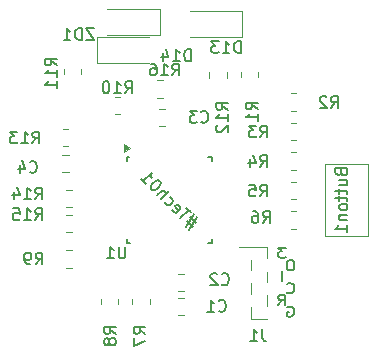
<source format=gbr>
%TF.GenerationSoftware,KiCad,Pcbnew,8.0.8*%
%TF.CreationDate,2025-01-19T21:47:12+02:00*%
%TF.ProjectId,LumiTimeV2,4c756d69-5469-46d6-9556-322e6b696361,rev?*%
%TF.SameCoordinates,Original*%
%TF.FileFunction,Legend,Bot*%
%TF.FilePolarity,Positive*%
%FSLAX46Y46*%
G04 Gerber Fmt 4.6, Leading zero omitted, Abs format (unit mm)*
G04 Created by KiCad (PCBNEW 8.0.8) date 2025-01-19 21:47:12*
%MOMM*%
%LPD*%
G01*
G04 APERTURE LIST*
%ADD10C,0.150000*%
%ADD11C,0.200000*%
%ADD12C,0.120000*%
G04 APERTURE END LIST*
D10*
X159190476Y-108885427D02*
X159523809Y-108480665D01*
X159761904Y-108885427D02*
X159761904Y-108035427D01*
X159761904Y-108035427D02*
X159380952Y-108035427D01*
X159380952Y-108035427D02*
X159285714Y-108075903D01*
X159285714Y-108075903D02*
X159238095Y-108116379D01*
X159238095Y-108116379D02*
X159190476Y-108197331D01*
X159190476Y-108197331D02*
X159190476Y-108318760D01*
X159190476Y-108318760D02*
X159238095Y-108399712D01*
X159238095Y-108399712D02*
X159285714Y-108440189D01*
X159285714Y-108440189D02*
X159380952Y-108480665D01*
X159380952Y-108480665D02*
X159761904Y-108480665D01*
X159940476Y-107804474D02*
X159988095Y-107844951D01*
X159988095Y-107844951D02*
X160130952Y-107885427D01*
X160130952Y-107885427D02*
X160226190Y-107885427D01*
X160226190Y-107885427D02*
X160369047Y-107844951D01*
X160369047Y-107844951D02*
X160464285Y-107763998D01*
X160464285Y-107763998D02*
X160511904Y-107683046D01*
X160511904Y-107683046D02*
X160559523Y-107521141D01*
X160559523Y-107521141D02*
X160559523Y-107399712D01*
X160559523Y-107399712D02*
X160511904Y-107237808D01*
X160511904Y-107237808D02*
X160464285Y-107156855D01*
X160464285Y-107156855D02*
X160369047Y-107075903D01*
X160369047Y-107075903D02*
X160226190Y-107035427D01*
X160226190Y-107035427D02*
X160130952Y-107035427D01*
X160130952Y-107035427D02*
X159988095Y-107075903D01*
X159988095Y-107075903D02*
X159940476Y-107116379D01*
X159988095Y-109075903D02*
X160083333Y-109035427D01*
X160083333Y-109035427D02*
X160226190Y-109035427D01*
X160226190Y-109035427D02*
X160369047Y-109075903D01*
X160369047Y-109075903D02*
X160464285Y-109156855D01*
X160464285Y-109156855D02*
X160511904Y-109237808D01*
X160511904Y-109237808D02*
X160559523Y-109399712D01*
X160559523Y-109399712D02*
X160559523Y-109521141D01*
X160559523Y-109521141D02*
X160511904Y-109683046D01*
X160511904Y-109683046D02*
X160464285Y-109763998D01*
X160464285Y-109763998D02*
X160369047Y-109844951D01*
X160369047Y-109844951D02*
X160226190Y-109885427D01*
X160226190Y-109885427D02*
X160130952Y-109885427D01*
X160130952Y-109885427D02*
X159988095Y-109844951D01*
X159988095Y-109844951D02*
X159940476Y-109804474D01*
X159940476Y-109804474D02*
X159940476Y-109521141D01*
X159940476Y-109521141D02*
X160130952Y-109521141D01*
X159833332Y-104035427D02*
X159214285Y-104035427D01*
X159214285Y-104035427D02*
X159547618Y-104359236D01*
X159547618Y-104359236D02*
X159404761Y-104359236D01*
X159404761Y-104359236D02*
X159309523Y-104399712D01*
X159309523Y-104399712D02*
X159261904Y-104440189D01*
X159261904Y-104440189D02*
X159214285Y-104521141D01*
X159214285Y-104521141D02*
X159214285Y-104723522D01*
X159214285Y-104723522D02*
X159261904Y-104804474D01*
X159261904Y-104804474D02*
X159309523Y-104844951D01*
X159309523Y-104844951D02*
X159404761Y-104885427D01*
X159404761Y-104885427D02*
X159690475Y-104885427D01*
X159690475Y-104885427D02*
X159785713Y-104844951D01*
X159785713Y-104844951D02*
X159833332Y-104804474D01*
X160345237Y-105097326D02*
X160154761Y-105097326D01*
X160154761Y-105097326D02*
X160059523Y-105137802D01*
X160059523Y-105137802D02*
X159964285Y-105218754D01*
X159964285Y-105218754D02*
X159916666Y-105380659D01*
X159916666Y-105380659D02*
X159916666Y-105663992D01*
X159916666Y-105663992D02*
X159964285Y-105825897D01*
X159964285Y-105825897D02*
X160059523Y-105906850D01*
X160059523Y-105906850D02*
X160154761Y-105947326D01*
X160154761Y-105947326D02*
X160345237Y-105947326D01*
X160345237Y-105947326D02*
X160440475Y-105906850D01*
X160440475Y-105906850D02*
X160535713Y-105825897D01*
X160535713Y-105825897D02*
X160583332Y-105663992D01*
X160583332Y-105663992D02*
X160583332Y-105380659D01*
X160583332Y-105380659D02*
X160535713Y-105218754D01*
X160535713Y-105218754D02*
X160440475Y-105137802D01*
X160440475Y-105137802D02*
X160345237Y-105097326D01*
X159499999Y-106885427D02*
X159499999Y-106035427D01*
D11*
X152239285Y-101936011D02*
X151734209Y-101430934D01*
X152340301Y-101430934D02*
X151633194Y-102542102D01*
X151498507Y-101801324D02*
X152003583Y-102306400D01*
X151397492Y-102306400D02*
X152104598Y-101195232D01*
X151835224Y-101060545D02*
X151431163Y-100656484D01*
X150926087Y-101565621D02*
X151633194Y-100858515D01*
X150252652Y-100824843D02*
X150286324Y-100925858D01*
X150286324Y-100925858D02*
X150421011Y-101060545D01*
X150421011Y-101060545D02*
X150522026Y-101094217D01*
X150522026Y-101094217D02*
X150623041Y-101060545D01*
X150623041Y-101060545D02*
X150892415Y-100791171D01*
X150892415Y-100791171D02*
X150926087Y-100690156D01*
X150926087Y-100690156D02*
X150892415Y-100589140D01*
X150892415Y-100589140D02*
X150757728Y-100454453D01*
X150757728Y-100454453D02*
X150656713Y-100420782D01*
X150656713Y-100420782D02*
X150555698Y-100454453D01*
X150555698Y-100454453D02*
X150488354Y-100521797D01*
X150488354Y-100521797D02*
X150757728Y-100925858D01*
X149612888Y-100185079D02*
X149646560Y-100286095D01*
X149646560Y-100286095D02*
X149781247Y-100420782D01*
X149781247Y-100420782D02*
X149882262Y-100454453D01*
X149882262Y-100454453D02*
X149949606Y-100454453D01*
X149949606Y-100454453D02*
X150050621Y-100420782D01*
X150050621Y-100420782D02*
X150252652Y-100218751D01*
X150252652Y-100218751D02*
X150286324Y-100117736D01*
X150286324Y-100117736D02*
X150286324Y-100050392D01*
X150286324Y-100050392D02*
X150252652Y-99949377D01*
X150252652Y-99949377D02*
X150117965Y-99814690D01*
X150117965Y-99814690D02*
X150016949Y-99781018D01*
X149276171Y-99915705D02*
X149983278Y-99208598D01*
X148973125Y-99612659D02*
X149343514Y-99242270D01*
X149343514Y-99242270D02*
X149444530Y-99208598D01*
X149444530Y-99208598D02*
X149545545Y-99242270D01*
X149545545Y-99242270D02*
X149646560Y-99343285D01*
X149646560Y-99343285D02*
X149680232Y-99444301D01*
X149680232Y-99444301D02*
X149680232Y-99511644D01*
X149208827Y-98434148D02*
X149141484Y-98366805D01*
X149141484Y-98366805D02*
X149040469Y-98333133D01*
X149040469Y-98333133D02*
X148973125Y-98333133D01*
X148973125Y-98333133D02*
X148872110Y-98366805D01*
X148872110Y-98366805D02*
X148703751Y-98467820D01*
X148703751Y-98467820D02*
X148535392Y-98636179D01*
X148535392Y-98636179D02*
X148434377Y-98804537D01*
X148434377Y-98804537D02*
X148400705Y-98905553D01*
X148400705Y-98905553D02*
X148400705Y-98972896D01*
X148400705Y-98972896D02*
X148434377Y-99073911D01*
X148434377Y-99073911D02*
X148501721Y-99141255D01*
X148501721Y-99141255D02*
X148602736Y-99174927D01*
X148602736Y-99174927D02*
X148670079Y-99174927D01*
X148670079Y-99174927D02*
X148771095Y-99141255D01*
X148771095Y-99141255D02*
X148939453Y-99040240D01*
X148939453Y-99040240D02*
X149107812Y-98871881D01*
X149107812Y-98871881D02*
X149208827Y-98703522D01*
X149208827Y-98703522D02*
X149242499Y-98602507D01*
X149242499Y-98602507D02*
X149242499Y-98535163D01*
X149242499Y-98535163D02*
X149208827Y-98434148D01*
X147592583Y-98232117D02*
X147996644Y-98636179D01*
X147794614Y-98434148D02*
X148501720Y-97727041D01*
X148501720Y-97727041D02*
X148468049Y-97895400D01*
X148468049Y-97895400D02*
X148468049Y-98030087D01*
X148468049Y-98030087D02*
X148501720Y-98131102D01*
D10*
X138166666Y-97609580D02*
X138214285Y-97657200D01*
X138214285Y-97657200D02*
X138357142Y-97704819D01*
X138357142Y-97704819D02*
X138452380Y-97704819D01*
X138452380Y-97704819D02*
X138595237Y-97657200D01*
X138595237Y-97657200D02*
X138690475Y-97561961D01*
X138690475Y-97561961D02*
X138738094Y-97466723D01*
X138738094Y-97466723D02*
X138785713Y-97276247D01*
X138785713Y-97276247D02*
X138785713Y-97133390D01*
X138785713Y-97133390D02*
X138738094Y-96942914D01*
X138738094Y-96942914D02*
X138690475Y-96847676D01*
X138690475Y-96847676D02*
X138595237Y-96752438D01*
X138595237Y-96752438D02*
X138452380Y-96704819D01*
X138452380Y-96704819D02*
X138357142Y-96704819D01*
X138357142Y-96704819D02*
X138214285Y-96752438D01*
X138214285Y-96752438D02*
X138166666Y-96800057D01*
X137309523Y-97038152D02*
X137309523Y-97704819D01*
X137547618Y-96657200D02*
X137785713Y-97371485D01*
X137785713Y-97371485D02*
X137166666Y-97371485D01*
X146242857Y-90954819D02*
X146576190Y-90478628D01*
X146814285Y-90954819D02*
X146814285Y-89954819D01*
X146814285Y-89954819D02*
X146433333Y-89954819D01*
X146433333Y-89954819D02*
X146338095Y-90002438D01*
X146338095Y-90002438D02*
X146290476Y-90050057D01*
X146290476Y-90050057D02*
X146242857Y-90145295D01*
X146242857Y-90145295D02*
X146242857Y-90288152D01*
X146242857Y-90288152D02*
X146290476Y-90383390D01*
X146290476Y-90383390D02*
X146338095Y-90431009D01*
X146338095Y-90431009D02*
X146433333Y-90478628D01*
X146433333Y-90478628D02*
X146814285Y-90478628D01*
X145290476Y-90954819D02*
X145861904Y-90954819D01*
X145576190Y-90954819D02*
X145576190Y-89954819D01*
X145576190Y-89954819D02*
X145671428Y-90097676D01*
X145671428Y-90097676D02*
X145766666Y-90192914D01*
X145766666Y-90192914D02*
X145861904Y-90240533D01*
X144671428Y-89954819D02*
X144576190Y-89954819D01*
X144576190Y-89954819D02*
X144480952Y-90002438D01*
X144480952Y-90002438D02*
X144433333Y-90050057D01*
X144433333Y-90050057D02*
X144385714Y-90145295D01*
X144385714Y-90145295D02*
X144338095Y-90335771D01*
X144338095Y-90335771D02*
X144338095Y-90573866D01*
X144338095Y-90573866D02*
X144385714Y-90764342D01*
X144385714Y-90764342D02*
X144433333Y-90859580D01*
X144433333Y-90859580D02*
X144480952Y-90907200D01*
X144480952Y-90907200D02*
X144576190Y-90954819D01*
X144576190Y-90954819D02*
X144671428Y-90954819D01*
X144671428Y-90954819D02*
X144766666Y-90907200D01*
X144766666Y-90907200D02*
X144814285Y-90859580D01*
X144814285Y-90859580D02*
X144861904Y-90764342D01*
X144861904Y-90764342D02*
X144909523Y-90573866D01*
X144909523Y-90573866D02*
X144909523Y-90335771D01*
X144909523Y-90335771D02*
X144861904Y-90145295D01*
X144861904Y-90145295D02*
X144814285Y-90050057D01*
X144814285Y-90050057D02*
X144766666Y-90002438D01*
X144766666Y-90002438D02*
X144671428Y-89954819D01*
X157666666Y-94704819D02*
X157999999Y-94228628D01*
X158238094Y-94704819D02*
X158238094Y-93704819D01*
X158238094Y-93704819D02*
X157857142Y-93704819D01*
X157857142Y-93704819D02*
X157761904Y-93752438D01*
X157761904Y-93752438D02*
X157714285Y-93800057D01*
X157714285Y-93800057D02*
X157666666Y-93895295D01*
X157666666Y-93895295D02*
X157666666Y-94038152D01*
X157666666Y-94038152D02*
X157714285Y-94133390D01*
X157714285Y-94133390D02*
X157761904Y-94181009D01*
X157761904Y-94181009D02*
X157857142Y-94228628D01*
X157857142Y-94228628D02*
X158238094Y-94228628D01*
X157333332Y-93704819D02*
X156714285Y-93704819D01*
X156714285Y-93704819D02*
X157047618Y-94085771D01*
X157047618Y-94085771D02*
X156904761Y-94085771D01*
X156904761Y-94085771D02*
X156809523Y-94133390D01*
X156809523Y-94133390D02*
X156761904Y-94181009D01*
X156761904Y-94181009D02*
X156714285Y-94276247D01*
X156714285Y-94276247D02*
X156714285Y-94514342D01*
X156714285Y-94514342D02*
X156761904Y-94609580D01*
X156761904Y-94609580D02*
X156809523Y-94657200D01*
X156809523Y-94657200D02*
X156904761Y-94704819D01*
X156904761Y-94704819D02*
X157190475Y-94704819D01*
X157190475Y-94704819D02*
X157285713Y-94657200D01*
X157285713Y-94657200D02*
X157333332Y-94609580D01*
X154416666Y-107109580D02*
X154464285Y-107157200D01*
X154464285Y-107157200D02*
X154607142Y-107204819D01*
X154607142Y-107204819D02*
X154702380Y-107204819D01*
X154702380Y-107204819D02*
X154845237Y-107157200D01*
X154845237Y-107157200D02*
X154940475Y-107061961D01*
X154940475Y-107061961D02*
X154988094Y-106966723D01*
X154988094Y-106966723D02*
X155035713Y-106776247D01*
X155035713Y-106776247D02*
X155035713Y-106633390D01*
X155035713Y-106633390D02*
X154988094Y-106442914D01*
X154988094Y-106442914D02*
X154940475Y-106347676D01*
X154940475Y-106347676D02*
X154845237Y-106252438D01*
X154845237Y-106252438D02*
X154702380Y-106204819D01*
X154702380Y-106204819D02*
X154607142Y-106204819D01*
X154607142Y-106204819D02*
X154464285Y-106252438D01*
X154464285Y-106252438D02*
X154416666Y-106300057D01*
X154035713Y-106300057D02*
X153988094Y-106252438D01*
X153988094Y-106252438D02*
X153892856Y-106204819D01*
X153892856Y-106204819D02*
X153654761Y-106204819D01*
X153654761Y-106204819D02*
X153559523Y-106252438D01*
X153559523Y-106252438D02*
X153511904Y-106300057D01*
X153511904Y-106300057D02*
X153464285Y-106395295D01*
X153464285Y-106395295D02*
X153464285Y-106490533D01*
X153464285Y-106490533D02*
X153511904Y-106633390D01*
X153511904Y-106633390D02*
X154083332Y-107204819D01*
X154083332Y-107204819D02*
X153464285Y-107204819D01*
X157454819Y-92333333D02*
X156978628Y-92000000D01*
X157454819Y-91761905D02*
X156454819Y-91761905D01*
X156454819Y-91761905D02*
X156454819Y-92142857D01*
X156454819Y-92142857D02*
X156502438Y-92238095D01*
X156502438Y-92238095D02*
X156550057Y-92285714D01*
X156550057Y-92285714D02*
X156645295Y-92333333D01*
X156645295Y-92333333D02*
X156788152Y-92333333D01*
X156788152Y-92333333D02*
X156883390Y-92285714D01*
X156883390Y-92285714D02*
X156931009Y-92238095D01*
X156931009Y-92238095D02*
X156978628Y-92142857D01*
X156978628Y-92142857D02*
X156978628Y-91761905D01*
X157454819Y-93285714D02*
X157454819Y-92714286D01*
X157454819Y-93000000D02*
X156454819Y-93000000D01*
X156454819Y-93000000D02*
X156597676Y-92904762D01*
X156597676Y-92904762D02*
X156692914Y-92809524D01*
X156692914Y-92809524D02*
X156740533Y-92714286D01*
X138392857Y-95204819D02*
X138726190Y-94728628D01*
X138964285Y-95204819D02*
X138964285Y-94204819D01*
X138964285Y-94204819D02*
X138583333Y-94204819D01*
X138583333Y-94204819D02*
X138488095Y-94252438D01*
X138488095Y-94252438D02*
X138440476Y-94300057D01*
X138440476Y-94300057D02*
X138392857Y-94395295D01*
X138392857Y-94395295D02*
X138392857Y-94538152D01*
X138392857Y-94538152D02*
X138440476Y-94633390D01*
X138440476Y-94633390D02*
X138488095Y-94681009D01*
X138488095Y-94681009D02*
X138583333Y-94728628D01*
X138583333Y-94728628D02*
X138964285Y-94728628D01*
X137440476Y-95204819D02*
X138011904Y-95204819D01*
X137726190Y-95204819D02*
X137726190Y-94204819D01*
X137726190Y-94204819D02*
X137821428Y-94347676D01*
X137821428Y-94347676D02*
X137916666Y-94442914D01*
X137916666Y-94442914D02*
X138011904Y-94490533D01*
X137107142Y-94204819D02*
X136488095Y-94204819D01*
X136488095Y-94204819D02*
X136821428Y-94585771D01*
X136821428Y-94585771D02*
X136678571Y-94585771D01*
X136678571Y-94585771D02*
X136583333Y-94633390D01*
X136583333Y-94633390D02*
X136535714Y-94681009D01*
X136535714Y-94681009D02*
X136488095Y-94776247D01*
X136488095Y-94776247D02*
X136488095Y-95014342D01*
X136488095Y-95014342D02*
X136535714Y-95109580D01*
X136535714Y-95109580D02*
X136583333Y-95157200D01*
X136583333Y-95157200D02*
X136678571Y-95204819D01*
X136678571Y-95204819D02*
X136964285Y-95204819D01*
X136964285Y-95204819D02*
X137059523Y-95157200D01*
X137059523Y-95157200D02*
X137107142Y-95109580D01*
X152666666Y-93359580D02*
X152714285Y-93407200D01*
X152714285Y-93407200D02*
X152857142Y-93454819D01*
X152857142Y-93454819D02*
X152952380Y-93454819D01*
X152952380Y-93454819D02*
X153095237Y-93407200D01*
X153095237Y-93407200D02*
X153190475Y-93311961D01*
X153190475Y-93311961D02*
X153238094Y-93216723D01*
X153238094Y-93216723D02*
X153285713Y-93026247D01*
X153285713Y-93026247D02*
X153285713Y-92883390D01*
X153285713Y-92883390D02*
X153238094Y-92692914D01*
X153238094Y-92692914D02*
X153190475Y-92597676D01*
X153190475Y-92597676D02*
X153095237Y-92502438D01*
X153095237Y-92502438D02*
X152952380Y-92454819D01*
X152952380Y-92454819D02*
X152857142Y-92454819D01*
X152857142Y-92454819D02*
X152714285Y-92502438D01*
X152714285Y-92502438D02*
X152666666Y-92550057D01*
X152333332Y-92454819D02*
X151714285Y-92454819D01*
X151714285Y-92454819D02*
X152047618Y-92835771D01*
X152047618Y-92835771D02*
X151904761Y-92835771D01*
X151904761Y-92835771D02*
X151809523Y-92883390D01*
X151809523Y-92883390D02*
X151761904Y-92931009D01*
X151761904Y-92931009D02*
X151714285Y-93026247D01*
X151714285Y-93026247D02*
X151714285Y-93264342D01*
X151714285Y-93264342D02*
X151761904Y-93359580D01*
X151761904Y-93359580D02*
X151809523Y-93407200D01*
X151809523Y-93407200D02*
X151904761Y-93454819D01*
X151904761Y-93454819D02*
X152190475Y-93454819D01*
X152190475Y-93454819D02*
X152285713Y-93407200D01*
X152285713Y-93407200D02*
X152333332Y-93359580D01*
X157833333Y-110954819D02*
X157833333Y-111669104D01*
X157833333Y-111669104D02*
X157880952Y-111811961D01*
X157880952Y-111811961D02*
X157976190Y-111907200D01*
X157976190Y-111907200D02*
X158119047Y-111954819D01*
X158119047Y-111954819D02*
X158214285Y-111954819D01*
X156833333Y-111954819D02*
X157404761Y-111954819D01*
X157119047Y-111954819D02*
X157119047Y-110954819D01*
X157119047Y-110954819D02*
X157214285Y-111097676D01*
X157214285Y-111097676D02*
X157309523Y-111192914D01*
X157309523Y-111192914D02*
X157404761Y-111240533D01*
X138666666Y-105454819D02*
X138999999Y-104978628D01*
X139238094Y-105454819D02*
X139238094Y-104454819D01*
X139238094Y-104454819D02*
X138857142Y-104454819D01*
X138857142Y-104454819D02*
X138761904Y-104502438D01*
X138761904Y-104502438D02*
X138714285Y-104550057D01*
X138714285Y-104550057D02*
X138666666Y-104645295D01*
X138666666Y-104645295D02*
X138666666Y-104788152D01*
X138666666Y-104788152D02*
X138714285Y-104883390D01*
X138714285Y-104883390D02*
X138761904Y-104931009D01*
X138761904Y-104931009D02*
X138857142Y-104978628D01*
X138857142Y-104978628D02*
X139238094Y-104978628D01*
X138190475Y-105454819D02*
X137999999Y-105454819D01*
X137999999Y-105454819D02*
X137904761Y-105407200D01*
X137904761Y-105407200D02*
X137857142Y-105359580D01*
X137857142Y-105359580D02*
X137761904Y-105216723D01*
X137761904Y-105216723D02*
X137714285Y-105026247D01*
X137714285Y-105026247D02*
X137714285Y-104645295D01*
X137714285Y-104645295D02*
X137761904Y-104550057D01*
X137761904Y-104550057D02*
X137809523Y-104502438D01*
X137809523Y-104502438D02*
X137904761Y-104454819D01*
X137904761Y-104454819D02*
X138095237Y-104454819D01*
X138095237Y-104454819D02*
X138190475Y-104502438D01*
X138190475Y-104502438D02*
X138238094Y-104550057D01*
X138238094Y-104550057D02*
X138285713Y-104645295D01*
X138285713Y-104645295D02*
X138285713Y-104883390D01*
X138285713Y-104883390D02*
X138238094Y-104978628D01*
X138238094Y-104978628D02*
X138190475Y-105026247D01*
X138190475Y-105026247D02*
X138095237Y-105073866D01*
X138095237Y-105073866D02*
X137904761Y-105073866D01*
X137904761Y-105073866D02*
X137809523Y-105026247D01*
X137809523Y-105026247D02*
X137761904Y-104978628D01*
X137761904Y-104978628D02*
X137714285Y-104883390D01*
X145454819Y-111333333D02*
X144978628Y-111000000D01*
X145454819Y-110761905D02*
X144454819Y-110761905D01*
X144454819Y-110761905D02*
X144454819Y-111142857D01*
X144454819Y-111142857D02*
X144502438Y-111238095D01*
X144502438Y-111238095D02*
X144550057Y-111285714D01*
X144550057Y-111285714D02*
X144645295Y-111333333D01*
X144645295Y-111333333D02*
X144788152Y-111333333D01*
X144788152Y-111333333D02*
X144883390Y-111285714D01*
X144883390Y-111285714D02*
X144931009Y-111238095D01*
X144931009Y-111238095D02*
X144978628Y-111142857D01*
X144978628Y-111142857D02*
X144978628Y-110761905D01*
X144883390Y-111904762D02*
X144835771Y-111809524D01*
X144835771Y-111809524D02*
X144788152Y-111761905D01*
X144788152Y-111761905D02*
X144692914Y-111714286D01*
X144692914Y-111714286D02*
X144645295Y-111714286D01*
X144645295Y-111714286D02*
X144550057Y-111761905D01*
X144550057Y-111761905D02*
X144502438Y-111809524D01*
X144502438Y-111809524D02*
X144454819Y-111904762D01*
X144454819Y-111904762D02*
X144454819Y-112095238D01*
X144454819Y-112095238D02*
X144502438Y-112190476D01*
X144502438Y-112190476D02*
X144550057Y-112238095D01*
X144550057Y-112238095D02*
X144645295Y-112285714D01*
X144645295Y-112285714D02*
X144692914Y-112285714D01*
X144692914Y-112285714D02*
X144788152Y-112238095D01*
X144788152Y-112238095D02*
X144835771Y-112190476D01*
X144835771Y-112190476D02*
X144883390Y-112095238D01*
X144883390Y-112095238D02*
X144883390Y-111904762D01*
X144883390Y-111904762D02*
X144931009Y-111809524D01*
X144931009Y-111809524D02*
X144978628Y-111761905D01*
X144978628Y-111761905D02*
X145073866Y-111714286D01*
X145073866Y-111714286D02*
X145264342Y-111714286D01*
X145264342Y-111714286D02*
X145359580Y-111761905D01*
X145359580Y-111761905D02*
X145407200Y-111809524D01*
X145407200Y-111809524D02*
X145454819Y-111904762D01*
X145454819Y-111904762D02*
X145454819Y-112095238D01*
X145454819Y-112095238D02*
X145407200Y-112190476D01*
X145407200Y-112190476D02*
X145359580Y-112238095D01*
X145359580Y-112238095D02*
X145264342Y-112285714D01*
X145264342Y-112285714D02*
X145073866Y-112285714D01*
X145073866Y-112285714D02*
X144978628Y-112238095D01*
X144978628Y-112238095D02*
X144931009Y-112190476D01*
X144931009Y-112190476D02*
X144883390Y-112095238D01*
X154166666Y-109359580D02*
X154214285Y-109407200D01*
X154214285Y-109407200D02*
X154357142Y-109454819D01*
X154357142Y-109454819D02*
X154452380Y-109454819D01*
X154452380Y-109454819D02*
X154595237Y-109407200D01*
X154595237Y-109407200D02*
X154690475Y-109311961D01*
X154690475Y-109311961D02*
X154738094Y-109216723D01*
X154738094Y-109216723D02*
X154785713Y-109026247D01*
X154785713Y-109026247D02*
X154785713Y-108883390D01*
X154785713Y-108883390D02*
X154738094Y-108692914D01*
X154738094Y-108692914D02*
X154690475Y-108597676D01*
X154690475Y-108597676D02*
X154595237Y-108502438D01*
X154595237Y-108502438D02*
X154452380Y-108454819D01*
X154452380Y-108454819D02*
X154357142Y-108454819D01*
X154357142Y-108454819D02*
X154214285Y-108502438D01*
X154214285Y-108502438D02*
X154166666Y-108550057D01*
X153214285Y-109454819D02*
X153785713Y-109454819D01*
X153499999Y-109454819D02*
X153499999Y-108454819D01*
X153499999Y-108454819D02*
X153595237Y-108597676D01*
X153595237Y-108597676D02*
X153690475Y-108692914D01*
X153690475Y-108692914D02*
X153785713Y-108740533D01*
X140454819Y-88607142D02*
X139978628Y-88273809D01*
X140454819Y-88035714D02*
X139454819Y-88035714D01*
X139454819Y-88035714D02*
X139454819Y-88416666D01*
X139454819Y-88416666D02*
X139502438Y-88511904D01*
X139502438Y-88511904D02*
X139550057Y-88559523D01*
X139550057Y-88559523D02*
X139645295Y-88607142D01*
X139645295Y-88607142D02*
X139788152Y-88607142D01*
X139788152Y-88607142D02*
X139883390Y-88559523D01*
X139883390Y-88559523D02*
X139931009Y-88511904D01*
X139931009Y-88511904D02*
X139978628Y-88416666D01*
X139978628Y-88416666D02*
X139978628Y-88035714D01*
X140454819Y-89559523D02*
X140454819Y-88988095D01*
X140454819Y-89273809D02*
X139454819Y-89273809D01*
X139454819Y-89273809D02*
X139597676Y-89178571D01*
X139597676Y-89178571D02*
X139692914Y-89083333D01*
X139692914Y-89083333D02*
X139740533Y-88988095D01*
X140454819Y-90511904D02*
X140454819Y-89940476D01*
X140454819Y-90226190D02*
X139454819Y-90226190D01*
X139454819Y-90226190D02*
X139597676Y-90130952D01*
X139597676Y-90130952D02*
X139692914Y-90035714D01*
X139692914Y-90035714D02*
X139740533Y-89940476D01*
X157666666Y-99704819D02*
X157999999Y-99228628D01*
X158238094Y-99704819D02*
X158238094Y-98704819D01*
X158238094Y-98704819D02*
X157857142Y-98704819D01*
X157857142Y-98704819D02*
X157761904Y-98752438D01*
X157761904Y-98752438D02*
X157714285Y-98800057D01*
X157714285Y-98800057D02*
X157666666Y-98895295D01*
X157666666Y-98895295D02*
X157666666Y-99038152D01*
X157666666Y-99038152D02*
X157714285Y-99133390D01*
X157714285Y-99133390D02*
X157761904Y-99181009D01*
X157761904Y-99181009D02*
X157857142Y-99228628D01*
X157857142Y-99228628D02*
X158238094Y-99228628D01*
X156761904Y-98704819D02*
X157238094Y-98704819D01*
X157238094Y-98704819D02*
X157285713Y-99181009D01*
X157285713Y-99181009D02*
X157238094Y-99133390D01*
X157238094Y-99133390D02*
X157142856Y-99085771D01*
X157142856Y-99085771D02*
X156904761Y-99085771D01*
X156904761Y-99085771D02*
X156809523Y-99133390D01*
X156809523Y-99133390D02*
X156761904Y-99181009D01*
X156761904Y-99181009D02*
X156714285Y-99276247D01*
X156714285Y-99276247D02*
X156714285Y-99514342D01*
X156714285Y-99514342D02*
X156761904Y-99609580D01*
X156761904Y-99609580D02*
X156809523Y-99657200D01*
X156809523Y-99657200D02*
X156904761Y-99704819D01*
X156904761Y-99704819D02*
X157142856Y-99704819D01*
X157142856Y-99704819D02*
X157238094Y-99657200D01*
X157238094Y-99657200D02*
X157285713Y-99609580D01*
X146261904Y-103954819D02*
X146261904Y-104764342D01*
X146261904Y-104764342D02*
X146214285Y-104859580D01*
X146214285Y-104859580D02*
X146166666Y-104907200D01*
X146166666Y-104907200D02*
X146071428Y-104954819D01*
X146071428Y-104954819D02*
X145880952Y-104954819D01*
X145880952Y-104954819D02*
X145785714Y-104907200D01*
X145785714Y-104907200D02*
X145738095Y-104859580D01*
X145738095Y-104859580D02*
X145690476Y-104764342D01*
X145690476Y-104764342D02*
X145690476Y-103954819D01*
X144690476Y-104954819D02*
X145261904Y-104954819D01*
X144976190Y-104954819D02*
X144976190Y-103954819D01*
X144976190Y-103954819D02*
X145071428Y-104097676D01*
X145071428Y-104097676D02*
X145166666Y-104192914D01*
X145166666Y-104192914D02*
X145261904Y-104240533D01*
X154954819Y-92357142D02*
X154478628Y-92023809D01*
X154954819Y-91785714D02*
X153954819Y-91785714D01*
X153954819Y-91785714D02*
X153954819Y-92166666D01*
X153954819Y-92166666D02*
X154002438Y-92261904D01*
X154002438Y-92261904D02*
X154050057Y-92309523D01*
X154050057Y-92309523D02*
X154145295Y-92357142D01*
X154145295Y-92357142D02*
X154288152Y-92357142D01*
X154288152Y-92357142D02*
X154383390Y-92309523D01*
X154383390Y-92309523D02*
X154431009Y-92261904D01*
X154431009Y-92261904D02*
X154478628Y-92166666D01*
X154478628Y-92166666D02*
X154478628Y-91785714D01*
X154954819Y-93309523D02*
X154954819Y-92738095D01*
X154954819Y-93023809D02*
X153954819Y-93023809D01*
X153954819Y-93023809D02*
X154097676Y-92928571D01*
X154097676Y-92928571D02*
X154192914Y-92833333D01*
X154192914Y-92833333D02*
X154240533Y-92738095D01*
X154050057Y-93690476D02*
X154002438Y-93738095D01*
X154002438Y-93738095D02*
X153954819Y-93833333D01*
X153954819Y-93833333D02*
X153954819Y-94071428D01*
X153954819Y-94071428D02*
X154002438Y-94166666D01*
X154002438Y-94166666D02*
X154050057Y-94214285D01*
X154050057Y-94214285D02*
X154145295Y-94261904D01*
X154145295Y-94261904D02*
X154240533Y-94261904D01*
X154240533Y-94261904D02*
X154383390Y-94214285D01*
X154383390Y-94214285D02*
X154954819Y-93642857D01*
X154954819Y-93642857D02*
X154954819Y-94261904D01*
X138642857Y-99954819D02*
X138976190Y-99478628D01*
X139214285Y-99954819D02*
X139214285Y-98954819D01*
X139214285Y-98954819D02*
X138833333Y-98954819D01*
X138833333Y-98954819D02*
X138738095Y-99002438D01*
X138738095Y-99002438D02*
X138690476Y-99050057D01*
X138690476Y-99050057D02*
X138642857Y-99145295D01*
X138642857Y-99145295D02*
X138642857Y-99288152D01*
X138642857Y-99288152D02*
X138690476Y-99383390D01*
X138690476Y-99383390D02*
X138738095Y-99431009D01*
X138738095Y-99431009D02*
X138833333Y-99478628D01*
X138833333Y-99478628D02*
X139214285Y-99478628D01*
X137690476Y-99954819D02*
X138261904Y-99954819D01*
X137976190Y-99954819D02*
X137976190Y-98954819D01*
X137976190Y-98954819D02*
X138071428Y-99097676D01*
X138071428Y-99097676D02*
X138166666Y-99192914D01*
X138166666Y-99192914D02*
X138261904Y-99240533D01*
X136833333Y-99288152D02*
X136833333Y-99954819D01*
X137071428Y-98907200D02*
X137309523Y-99621485D01*
X137309523Y-99621485D02*
X136690476Y-99621485D01*
X157666666Y-97204819D02*
X157999999Y-96728628D01*
X158238094Y-97204819D02*
X158238094Y-96204819D01*
X158238094Y-96204819D02*
X157857142Y-96204819D01*
X157857142Y-96204819D02*
X157761904Y-96252438D01*
X157761904Y-96252438D02*
X157714285Y-96300057D01*
X157714285Y-96300057D02*
X157666666Y-96395295D01*
X157666666Y-96395295D02*
X157666666Y-96538152D01*
X157666666Y-96538152D02*
X157714285Y-96633390D01*
X157714285Y-96633390D02*
X157761904Y-96681009D01*
X157761904Y-96681009D02*
X157857142Y-96728628D01*
X157857142Y-96728628D02*
X158238094Y-96728628D01*
X156809523Y-96538152D02*
X156809523Y-97204819D01*
X157047618Y-96157200D02*
X157285713Y-96871485D01*
X157285713Y-96871485D02*
X156666666Y-96871485D01*
X156014285Y-87554819D02*
X156014285Y-86554819D01*
X156014285Y-86554819D02*
X155776190Y-86554819D01*
X155776190Y-86554819D02*
X155633333Y-86602438D01*
X155633333Y-86602438D02*
X155538095Y-86697676D01*
X155538095Y-86697676D02*
X155490476Y-86792914D01*
X155490476Y-86792914D02*
X155442857Y-86983390D01*
X155442857Y-86983390D02*
X155442857Y-87126247D01*
X155442857Y-87126247D02*
X155490476Y-87316723D01*
X155490476Y-87316723D02*
X155538095Y-87411961D01*
X155538095Y-87411961D02*
X155633333Y-87507200D01*
X155633333Y-87507200D02*
X155776190Y-87554819D01*
X155776190Y-87554819D02*
X156014285Y-87554819D01*
X154490476Y-87554819D02*
X155061904Y-87554819D01*
X154776190Y-87554819D02*
X154776190Y-86554819D01*
X154776190Y-86554819D02*
X154871428Y-86697676D01*
X154871428Y-86697676D02*
X154966666Y-86792914D01*
X154966666Y-86792914D02*
X155061904Y-86840533D01*
X154157142Y-86554819D02*
X153538095Y-86554819D01*
X153538095Y-86554819D02*
X153871428Y-86935771D01*
X153871428Y-86935771D02*
X153728571Y-86935771D01*
X153728571Y-86935771D02*
X153633333Y-86983390D01*
X153633333Y-86983390D02*
X153585714Y-87031009D01*
X153585714Y-87031009D02*
X153538095Y-87126247D01*
X153538095Y-87126247D02*
X153538095Y-87364342D01*
X153538095Y-87364342D02*
X153585714Y-87459580D01*
X153585714Y-87459580D02*
X153633333Y-87507200D01*
X153633333Y-87507200D02*
X153728571Y-87554819D01*
X153728571Y-87554819D02*
X154014285Y-87554819D01*
X154014285Y-87554819D02*
X154109523Y-87507200D01*
X154109523Y-87507200D02*
X154157142Y-87459580D01*
X147954819Y-111333333D02*
X147478628Y-111000000D01*
X147954819Y-110761905D02*
X146954819Y-110761905D01*
X146954819Y-110761905D02*
X146954819Y-111142857D01*
X146954819Y-111142857D02*
X147002438Y-111238095D01*
X147002438Y-111238095D02*
X147050057Y-111285714D01*
X147050057Y-111285714D02*
X147145295Y-111333333D01*
X147145295Y-111333333D02*
X147288152Y-111333333D01*
X147288152Y-111333333D02*
X147383390Y-111285714D01*
X147383390Y-111285714D02*
X147431009Y-111238095D01*
X147431009Y-111238095D02*
X147478628Y-111142857D01*
X147478628Y-111142857D02*
X147478628Y-110761905D01*
X146954819Y-111666667D02*
X146954819Y-112333333D01*
X146954819Y-112333333D02*
X147954819Y-111904762D01*
X150242857Y-89454819D02*
X150576190Y-88978628D01*
X150814285Y-89454819D02*
X150814285Y-88454819D01*
X150814285Y-88454819D02*
X150433333Y-88454819D01*
X150433333Y-88454819D02*
X150338095Y-88502438D01*
X150338095Y-88502438D02*
X150290476Y-88550057D01*
X150290476Y-88550057D02*
X150242857Y-88645295D01*
X150242857Y-88645295D02*
X150242857Y-88788152D01*
X150242857Y-88788152D02*
X150290476Y-88883390D01*
X150290476Y-88883390D02*
X150338095Y-88931009D01*
X150338095Y-88931009D02*
X150433333Y-88978628D01*
X150433333Y-88978628D02*
X150814285Y-88978628D01*
X149290476Y-89454819D02*
X149861904Y-89454819D01*
X149576190Y-89454819D02*
X149576190Y-88454819D01*
X149576190Y-88454819D02*
X149671428Y-88597676D01*
X149671428Y-88597676D02*
X149766666Y-88692914D01*
X149766666Y-88692914D02*
X149861904Y-88740533D01*
X148433333Y-88454819D02*
X148623809Y-88454819D01*
X148623809Y-88454819D02*
X148719047Y-88502438D01*
X148719047Y-88502438D02*
X148766666Y-88550057D01*
X148766666Y-88550057D02*
X148861904Y-88692914D01*
X148861904Y-88692914D02*
X148909523Y-88883390D01*
X148909523Y-88883390D02*
X148909523Y-89264342D01*
X148909523Y-89264342D02*
X148861904Y-89359580D01*
X148861904Y-89359580D02*
X148814285Y-89407200D01*
X148814285Y-89407200D02*
X148719047Y-89454819D01*
X148719047Y-89454819D02*
X148528571Y-89454819D01*
X148528571Y-89454819D02*
X148433333Y-89407200D01*
X148433333Y-89407200D02*
X148385714Y-89359580D01*
X148385714Y-89359580D02*
X148338095Y-89264342D01*
X148338095Y-89264342D02*
X148338095Y-89026247D01*
X148338095Y-89026247D02*
X148385714Y-88931009D01*
X148385714Y-88931009D02*
X148433333Y-88883390D01*
X148433333Y-88883390D02*
X148528571Y-88835771D01*
X148528571Y-88835771D02*
X148719047Y-88835771D01*
X148719047Y-88835771D02*
X148814285Y-88883390D01*
X148814285Y-88883390D02*
X148861904Y-88931009D01*
X148861904Y-88931009D02*
X148909523Y-89026247D01*
X143609523Y-85454819D02*
X142942857Y-85454819D01*
X142942857Y-85454819D02*
X143609523Y-86454819D01*
X143609523Y-86454819D02*
X142942857Y-86454819D01*
X142561904Y-86454819D02*
X142561904Y-85454819D01*
X142561904Y-85454819D02*
X142323809Y-85454819D01*
X142323809Y-85454819D02*
X142180952Y-85502438D01*
X142180952Y-85502438D02*
X142085714Y-85597676D01*
X142085714Y-85597676D02*
X142038095Y-85692914D01*
X142038095Y-85692914D02*
X141990476Y-85883390D01*
X141990476Y-85883390D02*
X141990476Y-86026247D01*
X141990476Y-86026247D02*
X142038095Y-86216723D01*
X142038095Y-86216723D02*
X142085714Y-86311961D01*
X142085714Y-86311961D02*
X142180952Y-86407200D01*
X142180952Y-86407200D02*
X142323809Y-86454819D01*
X142323809Y-86454819D02*
X142561904Y-86454819D01*
X141038095Y-86454819D02*
X141609523Y-86454819D01*
X141323809Y-86454819D02*
X141323809Y-85454819D01*
X141323809Y-85454819D02*
X141419047Y-85597676D01*
X141419047Y-85597676D02*
X141514285Y-85692914D01*
X141514285Y-85692914D02*
X141609523Y-85740533D01*
X157916666Y-101954819D02*
X158249999Y-101478628D01*
X158488094Y-101954819D02*
X158488094Y-100954819D01*
X158488094Y-100954819D02*
X158107142Y-100954819D01*
X158107142Y-100954819D02*
X158011904Y-101002438D01*
X158011904Y-101002438D02*
X157964285Y-101050057D01*
X157964285Y-101050057D02*
X157916666Y-101145295D01*
X157916666Y-101145295D02*
X157916666Y-101288152D01*
X157916666Y-101288152D02*
X157964285Y-101383390D01*
X157964285Y-101383390D02*
X158011904Y-101431009D01*
X158011904Y-101431009D02*
X158107142Y-101478628D01*
X158107142Y-101478628D02*
X158488094Y-101478628D01*
X157059523Y-100954819D02*
X157249999Y-100954819D01*
X157249999Y-100954819D02*
X157345237Y-101002438D01*
X157345237Y-101002438D02*
X157392856Y-101050057D01*
X157392856Y-101050057D02*
X157488094Y-101192914D01*
X157488094Y-101192914D02*
X157535713Y-101383390D01*
X157535713Y-101383390D02*
X157535713Y-101764342D01*
X157535713Y-101764342D02*
X157488094Y-101859580D01*
X157488094Y-101859580D02*
X157440475Y-101907200D01*
X157440475Y-101907200D02*
X157345237Y-101954819D01*
X157345237Y-101954819D02*
X157154761Y-101954819D01*
X157154761Y-101954819D02*
X157059523Y-101907200D01*
X157059523Y-101907200D02*
X157011904Y-101859580D01*
X157011904Y-101859580D02*
X156964285Y-101764342D01*
X156964285Y-101764342D02*
X156964285Y-101526247D01*
X156964285Y-101526247D02*
X157011904Y-101431009D01*
X157011904Y-101431009D02*
X157059523Y-101383390D01*
X157059523Y-101383390D02*
X157154761Y-101335771D01*
X157154761Y-101335771D02*
X157345237Y-101335771D01*
X157345237Y-101335771D02*
X157440475Y-101383390D01*
X157440475Y-101383390D02*
X157488094Y-101431009D01*
X157488094Y-101431009D02*
X157535713Y-101526247D01*
X138642857Y-101704819D02*
X138976190Y-101228628D01*
X139214285Y-101704819D02*
X139214285Y-100704819D01*
X139214285Y-100704819D02*
X138833333Y-100704819D01*
X138833333Y-100704819D02*
X138738095Y-100752438D01*
X138738095Y-100752438D02*
X138690476Y-100800057D01*
X138690476Y-100800057D02*
X138642857Y-100895295D01*
X138642857Y-100895295D02*
X138642857Y-101038152D01*
X138642857Y-101038152D02*
X138690476Y-101133390D01*
X138690476Y-101133390D02*
X138738095Y-101181009D01*
X138738095Y-101181009D02*
X138833333Y-101228628D01*
X138833333Y-101228628D02*
X139214285Y-101228628D01*
X137690476Y-101704819D02*
X138261904Y-101704819D01*
X137976190Y-101704819D02*
X137976190Y-100704819D01*
X137976190Y-100704819D02*
X138071428Y-100847676D01*
X138071428Y-100847676D02*
X138166666Y-100942914D01*
X138166666Y-100942914D02*
X138261904Y-100990533D01*
X136785714Y-100704819D02*
X137261904Y-100704819D01*
X137261904Y-100704819D02*
X137309523Y-101181009D01*
X137309523Y-101181009D02*
X137261904Y-101133390D01*
X137261904Y-101133390D02*
X137166666Y-101085771D01*
X137166666Y-101085771D02*
X136928571Y-101085771D01*
X136928571Y-101085771D02*
X136833333Y-101133390D01*
X136833333Y-101133390D02*
X136785714Y-101181009D01*
X136785714Y-101181009D02*
X136738095Y-101276247D01*
X136738095Y-101276247D02*
X136738095Y-101514342D01*
X136738095Y-101514342D02*
X136785714Y-101609580D01*
X136785714Y-101609580D02*
X136833333Y-101657200D01*
X136833333Y-101657200D02*
X136928571Y-101704819D01*
X136928571Y-101704819D02*
X137166666Y-101704819D01*
X137166666Y-101704819D02*
X137261904Y-101657200D01*
X137261904Y-101657200D02*
X137309523Y-101609580D01*
X164531009Y-97666666D02*
X164578628Y-97809523D01*
X164578628Y-97809523D02*
X164626247Y-97857142D01*
X164626247Y-97857142D02*
X164721485Y-97904761D01*
X164721485Y-97904761D02*
X164864342Y-97904761D01*
X164864342Y-97904761D02*
X164959580Y-97857142D01*
X164959580Y-97857142D02*
X165007200Y-97809523D01*
X165007200Y-97809523D02*
X165054819Y-97714285D01*
X165054819Y-97714285D02*
X165054819Y-97333333D01*
X165054819Y-97333333D02*
X164054819Y-97333333D01*
X164054819Y-97333333D02*
X164054819Y-97666666D01*
X164054819Y-97666666D02*
X164102438Y-97761904D01*
X164102438Y-97761904D02*
X164150057Y-97809523D01*
X164150057Y-97809523D02*
X164245295Y-97857142D01*
X164245295Y-97857142D02*
X164340533Y-97857142D01*
X164340533Y-97857142D02*
X164435771Y-97809523D01*
X164435771Y-97809523D02*
X164483390Y-97761904D01*
X164483390Y-97761904D02*
X164531009Y-97666666D01*
X164531009Y-97666666D02*
X164531009Y-97333333D01*
X164388152Y-98761904D02*
X165054819Y-98761904D01*
X164388152Y-98333333D02*
X164911961Y-98333333D01*
X164911961Y-98333333D02*
X165007200Y-98380952D01*
X165007200Y-98380952D02*
X165054819Y-98476190D01*
X165054819Y-98476190D02*
X165054819Y-98619047D01*
X165054819Y-98619047D02*
X165007200Y-98714285D01*
X165007200Y-98714285D02*
X164959580Y-98761904D01*
X164388152Y-99095238D02*
X164388152Y-99476190D01*
X164054819Y-99238095D02*
X164911961Y-99238095D01*
X164911961Y-99238095D02*
X165007200Y-99285714D01*
X165007200Y-99285714D02*
X165054819Y-99380952D01*
X165054819Y-99380952D02*
X165054819Y-99476190D01*
X164388152Y-99666667D02*
X164388152Y-100047619D01*
X164054819Y-99809524D02*
X164911961Y-99809524D01*
X164911961Y-99809524D02*
X165007200Y-99857143D01*
X165007200Y-99857143D02*
X165054819Y-99952381D01*
X165054819Y-99952381D02*
X165054819Y-100047619D01*
X165054819Y-100523810D02*
X165007200Y-100428572D01*
X165007200Y-100428572D02*
X164959580Y-100380953D01*
X164959580Y-100380953D02*
X164864342Y-100333334D01*
X164864342Y-100333334D02*
X164578628Y-100333334D01*
X164578628Y-100333334D02*
X164483390Y-100380953D01*
X164483390Y-100380953D02*
X164435771Y-100428572D01*
X164435771Y-100428572D02*
X164388152Y-100523810D01*
X164388152Y-100523810D02*
X164388152Y-100666667D01*
X164388152Y-100666667D02*
X164435771Y-100761905D01*
X164435771Y-100761905D02*
X164483390Y-100809524D01*
X164483390Y-100809524D02*
X164578628Y-100857143D01*
X164578628Y-100857143D02*
X164864342Y-100857143D01*
X164864342Y-100857143D02*
X164959580Y-100809524D01*
X164959580Y-100809524D02*
X165007200Y-100761905D01*
X165007200Y-100761905D02*
X165054819Y-100666667D01*
X165054819Y-100666667D02*
X165054819Y-100523810D01*
X164388152Y-101285715D02*
X165054819Y-101285715D01*
X164483390Y-101285715D02*
X164435771Y-101333334D01*
X164435771Y-101333334D02*
X164388152Y-101428572D01*
X164388152Y-101428572D02*
X164388152Y-101571429D01*
X164388152Y-101571429D02*
X164435771Y-101666667D01*
X164435771Y-101666667D02*
X164531009Y-101714286D01*
X164531009Y-101714286D02*
X165054819Y-101714286D01*
X165054819Y-102714286D02*
X165054819Y-102142858D01*
X165054819Y-102428572D02*
X164054819Y-102428572D01*
X164054819Y-102428572D02*
X164197676Y-102333334D01*
X164197676Y-102333334D02*
X164292914Y-102238096D01*
X164292914Y-102238096D02*
X164340533Y-102142858D01*
X151814285Y-88254819D02*
X151814285Y-87254819D01*
X151814285Y-87254819D02*
X151576190Y-87254819D01*
X151576190Y-87254819D02*
X151433333Y-87302438D01*
X151433333Y-87302438D02*
X151338095Y-87397676D01*
X151338095Y-87397676D02*
X151290476Y-87492914D01*
X151290476Y-87492914D02*
X151242857Y-87683390D01*
X151242857Y-87683390D02*
X151242857Y-87826247D01*
X151242857Y-87826247D02*
X151290476Y-88016723D01*
X151290476Y-88016723D02*
X151338095Y-88111961D01*
X151338095Y-88111961D02*
X151433333Y-88207200D01*
X151433333Y-88207200D02*
X151576190Y-88254819D01*
X151576190Y-88254819D02*
X151814285Y-88254819D01*
X150290476Y-88254819D02*
X150861904Y-88254819D01*
X150576190Y-88254819D02*
X150576190Y-87254819D01*
X150576190Y-87254819D02*
X150671428Y-87397676D01*
X150671428Y-87397676D02*
X150766666Y-87492914D01*
X150766666Y-87492914D02*
X150861904Y-87540533D01*
X149433333Y-87588152D02*
X149433333Y-88254819D01*
X149671428Y-87207200D02*
X149909523Y-87921485D01*
X149909523Y-87921485D02*
X149290476Y-87921485D01*
X163666666Y-92204819D02*
X163999999Y-91728628D01*
X164238094Y-92204819D02*
X164238094Y-91204819D01*
X164238094Y-91204819D02*
X163857142Y-91204819D01*
X163857142Y-91204819D02*
X163761904Y-91252438D01*
X163761904Y-91252438D02*
X163714285Y-91300057D01*
X163714285Y-91300057D02*
X163666666Y-91395295D01*
X163666666Y-91395295D02*
X163666666Y-91538152D01*
X163666666Y-91538152D02*
X163714285Y-91633390D01*
X163714285Y-91633390D02*
X163761904Y-91681009D01*
X163761904Y-91681009D02*
X163857142Y-91728628D01*
X163857142Y-91728628D02*
X164238094Y-91728628D01*
X163285713Y-91300057D02*
X163238094Y-91252438D01*
X163238094Y-91252438D02*
X163142856Y-91204819D01*
X163142856Y-91204819D02*
X162904761Y-91204819D01*
X162904761Y-91204819D02*
X162809523Y-91252438D01*
X162809523Y-91252438D02*
X162761904Y-91300057D01*
X162761904Y-91300057D02*
X162714285Y-91395295D01*
X162714285Y-91395295D02*
X162714285Y-91490533D01*
X162714285Y-91490533D02*
X162761904Y-91633390D01*
X162761904Y-91633390D02*
X163333332Y-92204819D01*
X163333332Y-92204819D02*
X162714285Y-92204819D01*
D12*
%TO.C,C4*%
X140938748Y-96165000D02*
X141461252Y-96165000D01*
X140938748Y-97635000D02*
X141461252Y-97635000D01*
%TO.C,R10*%
X145372936Y-91265000D02*
X145827064Y-91265000D01*
X145372936Y-92735000D02*
X145827064Y-92735000D01*
%TO.C,R3*%
X160272936Y-93465000D02*
X160727064Y-93465000D01*
X160272936Y-94935000D02*
X160727064Y-94935000D01*
%TO.C,C2*%
X150738748Y-106265000D02*
X151261252Y-106265000D01*
X150738748Y-107735000D02*
X151261252Y-107735000D01*
%TO.C,R1*%
X156065000Y-89172936D02*
X156065000Y-89627064D01*
X157535000Y-89172936D02*
X157535000Y-89627064D01*
%TO.C,R13*%
X141427064Y-93965000D02*
X140972936Y-93965000D01*
X141427064Y-95435000D02*
X140972936Y-95435000D01*
%TO.C,C3*%
X149138748Y-92265000D02*
X149661252Y-92265000D01*
X149138748Y-93735000D02*
X149661252Y-93735000D01*
%TO.C,J1*%
X155885000Y-103940000D02*
X156880000Y-103940000D01*
X156880000Y-103940000D02*
X156880000Y-103940000D01*
X156880000Y-103940000D02*
X158270000Y-103940000D01*
X156880000Y-105940000D02*
X156880000Y-105060000D01*
X156880000Y-107940000D02*
X156880000Y-107060000D01*
X156880000Y-110060000D02*
X156880000Y-109060000D01*
X156880000Y-110060000D02*
X158270000Y-110060000D01*
X158270000Y-104940000D02*
X158270000Y-103940000D01*
X158270000Y-104940000D02*
X158270000Y-104060000D01*
X158270000Y-106940000D02*
X158270000Y-106060000D01*
X158270000Y-108940000D02*
X158270000Y-108060000D01*
X158270000Y-110060000D02*
X158270000Y-110060000D01*
%TO.C,R9*%
X141272936Y-104265000D02*
X141727064Y-104265000D01*
X141272936Y-105735000D02*
X141727064Y-105735000D01*
%TO.C,R8*%
X144165000Y-108827064D02*
X144165000Y-108372936D01*
X145635000Y-108827064D02*
X145635000Y-108372936D01*
%TO.C,C1*%
X150738748Y-108265000D02*
X151261252Y-108265000D01*
X150738748Y-109735000D02*
X151261252Y-109735000D01*
%TO.C,R11*%
X141065000Y-89327064D02*
X141065000Y-88872936D01*
X142535000Y-89327064D02*
X142535000Y-88872936D01*
%TO.C,R5*%
X160272936Y-98465000D02*
X160727064Y-98465000D01*
X160272936Y-99935000D02*
X160727064Y-99935000D01*
D10*
%TO.C,U1*%
X146375000Y-96700000D02*
X146375000Y-96375000D01*
X146375000Y-103300000D02*
X146375000Y-103625000D01*
X146600000Y-96375000D02*
X146375000Y-96375000D01*
X146700000Y-103625000D02*
X146375000Y-103625000D01*
X153300000Y-96375000D02*
X153625000Y-96375000D01*
X153300000Y-103625000D02*
X153625000Y-103625000D01*
X153625000Y-96700000D02*
X153625000Y-96375000D01*
X153625000Y-103300000D02*
X153625000Y-103625000D01*
D12*
X146660000Y-95610000D02*
X146190000Y-95950000D01*
X146190000Y-95270000D01*
X146660000Y-95610000D01*
G36*
X146660000Y-95610000D02*
G01*
X146190000Y-95950000D01*
X146190000Y-95270000D01*
X146660000Y-95610000D01*
G37*
%TO.C,R12*%
X153365000Y-89185436D02*
X153365000Y-89639564D01*
X154835000Y-89185436D02*
X154835000Y-89639564D01*
%TO.C,R14*%
X141272936Y-99165000D02*
X141727064Y-99165000D01*
X141272936Y-100635000D02*
X141727064Y-100635000D01*
%TO.C,R4*%
X160272936Y-95965000D02*
X160727064Y-95965000D01*
X160272936Y-97435000D02*
X160727064Y-97435000D01*
%TO.C,D13*%
X151750000Y-86210000D02*
X156160000Y-86210000D01*
X156160000Y-83990000D02*
X151750000Y-83990000D01*
X156160000Y-86210000D02*
X156160000Y-83990000D01*
%TO.C,R7*%
X146865000Y-108372936D02*
X146865000Y-108827064D01*
X148335000Y-108372936D02*
X148335000Y-108827064D01*
%TO.C,R16*%
X148972936Y-89865000D02*
X149427064Y-89865000D01*
X148972936Y-91335000D02*
X149427064Y-91335000D01*
%TO.C,ZD1*%
X144750000Y-86010000D02*
X149160000Y-86010000D01*
X149160000Y-83790000D02*
X144750000Y-83790000D01*
X149160000Y-86010000D02*
X149160000Y-83790000D01*
%TO.C,R6*%
X160272936Y-100965000D02*
X160727064Y-100965000D01*
X160272936Y-102435000D02*
X160727064Y-102435000D01*
%TO.C,R15*%
X141272936Y-101265000D02*
X141727064Y-101265000D01*
X141272936Y-102735000D02*
X141727064Y-102735000D01*
%TO.C,Button1*%
X163190000Y-96940000D02*
X166810000Y-96940000D01*
X163190000Y-103060000D02*
X163190000Y-96940000D01*
X166810000Y-96940000D02*
X166810000Y-103060000D01*
X166810000Y-103060000D02*
X163190000Y-103060000D01*
%TO.C,D14*%
X143840000Y-86190000D02*
X143840000Y-88410000D01*
X143840000Y-88410000D02*
X148250000Y-88410000D01*
X148250000Y-86190000D02*
X143840000Y-86190000D01*
%TO.C,R2*%
X160272936Y-90965000D02*
X160727064Y-90965000D01*
X160272936Y-92435000D02*
X160727064Y-92435000D01*
%TD*%
M02*

</source>
